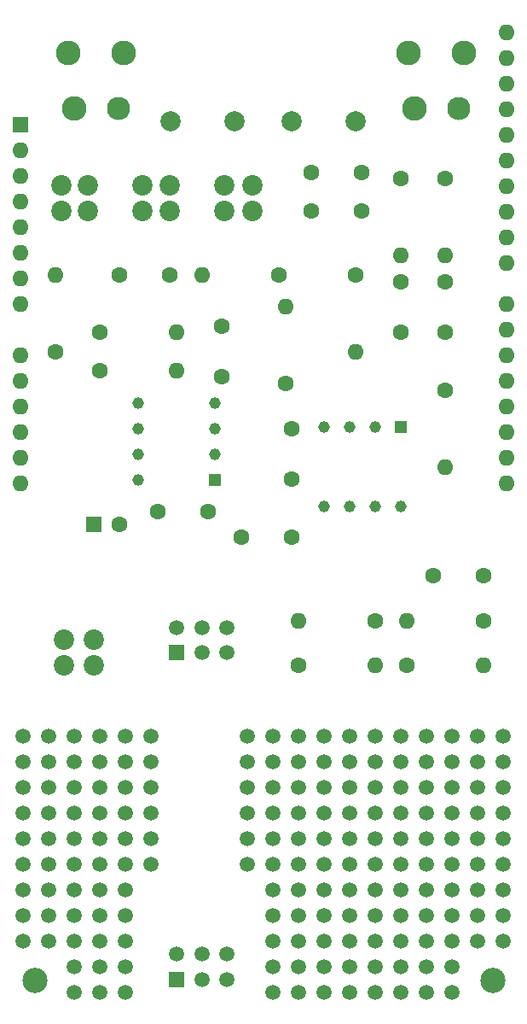
<source format=gbr>
G04 #@! TF.GenerationSoftware,KiCad,Pcbnew,(6.0.5)*
G04 #@! TF.CreationDate,2023-01-06T17:56:39+09:00*
G04 #@! TF.ProjectId,signalprocessing,7369676e-616c-4707-926f-63657373696e,rev?*
G04 #@! TF.SameCoordinates,Original*
G04 #@! TF.FileFunction,Soldermask,Top*
G04 #@! TF.FilePolarity,Negative*
%FSLAX46Y46*%
G04 Gerber Fmt 4.6, Leading zero omitted, Abs format (unit mm)*
G04 Created by KiCad (PCBNEW (6.0.5)) date 2023-01-06 17:56:39*
%MOMM*%
%LPD*%
G01*
G04 APERTURE LIST*
%ADD10C,2.000000*%
%ADD11C,1.500000*%
%ADD12C,1.600000*%
%ADD13R,1.600000X1.600000*%
%ADD14O,1.600000X1.600000*%
%ADD15C,2.450000*%
%ADD16C,2.300000*%
%ADD17C,2.020000*%
%ADD18C,2.500000*%
%ADD19R,1.500000X1.500000*%
%ADD20R,1.160000X1.160000*%
%ADD21C,1.160000*%
G04 APERTURE END LIST*
D10*
G04 #@! TO.C,TP4*
X101600000Y-88265000D03*
G04 #@! TD*
D11*
G04 #@! TO.C,REF\u002A\u002A30*
X105410000Y-156845000D03*
G04 #@! TD*
D12*
G04 #@! TO.C,C10*
X99020000Y-127000000D03*
X94020000Y-127000000D03*
G04 #@! TD*
G04 #@! TO.C,C8*
X90210000Y-103505000D03*
X95210000Y-103505000D03*
G04 #@! TD*
D11*
G04 #@! TO.C,REF\u002A\u002A82*
X110490000Y-169545000D03*
G04 #@! TD*
G04 #@! TO.C,REF\u002A\u002A86*
X120650000Y-169545000D03*
G04 #@! TD*
G04 #@! TO.C,REF\u002A\u002A30*
X102870000Y-156845000D03*
G04 #@! TD*
G04 #@! TO.C,REF\u002A\u002A39*
X128270000Y-156845000D03*
G04 #@! TD*
G04 #@! TO.C,REF\u002A\u002A24*
X115570000Y-154305000D03*
G04 #@! TD*
G04 #@! TO.C,REF\u002A\u002A69*
X128270000Y-164465000D03*
G04 #@! TD*
G04 #@! TO.C,REF\u002A\u002A49*
X128270000Y-159385000D03*
G04 #@! TD*
G04 #@! TO.C,REF\u002A\u002A62*
X110490000Y-164465000D03*
G04 #@! TD*
D10*
G04 #@! TO.C,TP1*
X113665000Y-88265000D03*
G04 #@! TD*
D13*
G04 #@! TO.C,U1*
X80395000Y-88625000D03*
D14*
X80395000Y-91165000D03*
X80395000Y-93705000D03*
X80395000Y-96245000D03*
X80395000Y-98785000D03*
X80395000Y-101325000D03*
X80395000Y-103865000D03*
X80395000Y-106405000D03*
X80395000Y-111485000D03*
X80395000Y-114025000D03*
X80395000Y-116565000D03*
X80395000Y-119105000D03*
X80395000Y-121645000D03*
X80395000Y-124185000D03*
X128655000Y-124185000D03*
X128655000Y-121645000D03*
X128655000Y-119105000D03*
X128655000Y-116565000D03*
X128655000Y-114025000D03*
X128655000Y-111485000D03*
X128655000Y-108945000D03*
X128655000Y-106405000D03*
X128655000Y-102345000D03*
X128655000Y-99805000D03*
X128655000Y-97265000D03*
X128655000Y-94725000D03*
X128655000Y-92185000D03*
X128655000Y-89645000D03*
X128655000Y-87105000D03*
X128655000Y-84565000D03*
X128655000Y-82025000D03*
X128655000Y-79485000D03*
G04 #@! TD*
D11*
G04 #@! TO.C,REF\u002A\u002A26*
X120650000Y-154305000D03*
G04 #@! TD*
D12*
G04 #@! TO.C,R12*
X88265000Y-109220000D03*
D14*
X95885000Y-109220000D03*
G04 #@! TD*
D11*
G04 #@! TO.C,REF\u002A\u002A8*
X125730000Y-149225000D03*
G04 #@! TD*
D12*
G04 #@! TO.C,R10*
X83820000Y-111125000D03*
D14*
X83820000Y-103505000D03*
G04 #@! TD*
D12*
G04 #@! TO.C,R1*
X106680000Y-114300000D03*
D14*
X106680000Y-106680000D03*
G04 #@! TD*
D13*
G04 #@! TO.C,C11*
X87694888Y-128270000D03*
D12*
X90194888Y-128270000D03*
G04 #@! TD*
D15*
G04 #@! TO.C,J1*
X119466000Y-87067500D03*
X118916000Y-81567500D03*
X124416000Y-81567500D03*
D16*
X123866000Y-87067500D03*
G04 #@! TD*
D11*
G04 #@! TO.C,REF\u002A\u002A57*
X123190000Y-161925000D03*
G04 #@! TD*
G04 #@! TO.C,REF\u002A\u002A104*
X115570000Y-174625000D03*
G04 #@! TD*
G04 #@! TO.C,REF\u002A\u002A105*
X118110000Y-174625000D03*
G04 #@! TD*
D12*
G04 #@! TO.C,R3*
X118110000Y-93980000D03*
D14*
X118110000Y-101600000D03*
G04 #@! TD*
D11*
G04 #@! TO.C,REF\u002A\u002A85*
X118110000Y-169545000D03*
G04 #@! TD*
G04 #@! TO.C,REF\u002A\u002A56*
X120650000Y-161925000D03*
G04 #@! TD*
G04 #@! TO.C,REF\u002A\u002A61*
X107950000Y-164465000D03*
G04 #@! TD*
G04 #@! TO.C,REF\u002A\u002A46*
X88265000Y-159385000D03*
G04 #@! TD*
G04 #@! TO.C,REF\u002A\u002A1*
X107950000Y-149225000D03*
G04 #@! TD*
G04 #@! TO.C,REF\u002A\u002A97*
X90805000Y-172085000D03*
G04 #@! TD*
G04 #@! TO.C,REF\u002A\u002A96*
X88265000Y-172085000D03*
G04 #@! TD*
D12*
G04 #@! TO.C,C1*
X107275000Y-129540000D03*
X102275000Y-129540000D03*
G04 #@! TD*
D11*
G04 #@! TO.C,REF\u002A\u002A5*
X85725000Y-149225000D03*
G04 #@! TD*
G04 #@! TO.C,REF\u002A\u002A34*
X115570000Y-156845000D03*
G04 #@! TD*
G04 #@! TO.C,REF\u002A\u002A84*
X115570000Y-169545000D03*
G04 #@! TD*
G04 #@! TO.C,REF\u002A\u002A51*
X107950000Y-161925000D03*
G04 #@! TD*
D17*
G04 #@! TO.C,JP2*
X100585000Y-97155000D03*
X100585000Y-94615000D03*
G04 #@! TD*
D11*
G04 #@! TO.C,REF\u002A\u002A37*
X90805000Y-156845000D03*
G04 #@! TD*
G04 #@! TO.C,REF\u002A\u002A45*
X118110000Y-159385000D03*
G04 #@! TD*
G04 #@! TO.C,REF\u002A\u002A74*
X83185000Y-167005000D03*
G04 #@! TD*
G04 #@! TO.C,REF\u002A\u002A102*
X110490000Y-174625000D03*
G04 #@! TD*
G04 #@! TO.C,REF\u002A\u002A73*
X80645000Y-167005000D03*
G04 #@! TD*
G04 #@! TO.C,REF\u002A\u002A17*
X123190000Y-151765000D03*
G04 #@! TD*
G04 #@! TO.C,REF\u002A\u002A93*
X113030000Y-172085000D03*
G04 #@! TD*
G04 #@! TO.C,REF\u002A\u002A50*
X105410000Y-161925000D03*
G04 #@! TD*
G04 #@! TO.C,REF\u002A\u002A77*
X123190000Y-167005000D03*
G04 #@! TD*
G04 #@! TO.C,REF\u002A\u002A95*
X85725000Y-172085000D03*
G04 #@! TD*
G04 #@! TO.C,REF\u002A\u002A107*
X123190000Y-174625000D03*
G04 #@! TD*
G04 #@! TO.C,REF\u002A\u002A6*
X88265000Y-149225000D03*
G04 #@! TD*
D12*
G04 #@! TO.C,R9*
X115570000Y-137795000D03*
D14*
X107950000Y-137795000D03*
G04 #@! TD*
D11*
G04 #@! TO.C,REF\u002A\u002A15*
X85725000Y-151765000D03*
G04 #@! TD*
G04 #@! TO.C,REF\u002A\u002A3*
X80645000Y-149225000D03*
G04 #@! TD*
G04 #@! TO.C,REF\u002A\u002A106*
X88265000Y-174625000D03*
G04 #@! TD*
G04 #@! TO.C,REF\u002A\u002A92*
X110490000Y-172085000D03*
G04 #@! TD*
G04 #@! TO.C,REF\u002A\u002A33*
X113030000Y-156845000D03*
G04 #@! TD*
G04 #@! TO.C,REF\u002A\u002A55*
X118110000Y-161925000D03*
G04 #@! TD*
G04 #@! TO.C,REF\u002A\u002A48*
X125730000Y-159385000D03*
G04 #@! TD*
G04 #@! TO.C,REF\u002A\u002A38*
X125730000Y-156845000D03*
G04 #@! TD*
G04 #@! TO.C,REF\u002A\u002A74*
X115570000Y-167005000D03*
G04 #@! TD*
D10*
G04 #@! TO.C,TP3*
X95250000Y-88265000D03*
G04 #@! TD*
D11*
G04 #@! TO.C,REF\u002A\u002A57*
X90805000Y-161925000D03*
G04 #@! TD*
G04 #@! TO.C,REF\u002A\u002A27*
X123190000Y-154305000D03*
G04 #@! TD*
G04 #@! TO.C,REF\u002A\u002A19*
X128270000Y-151765000D03*
G04 #@! TD*
G04 #@! TO.C,REF\u002A\u002A28*
X125730000Y-154305000D03*
G04 #@! TD*
G04 #@! TO.C,REF\u002A\u002A42*
X110490000Y-159385000D03*
G04 #@! TD*
G04 #@! TO.C,REF\u002A\u002A91*
X107950000Y-172085000D03*
G04 #@! TD*
G04 #@! TO.C,REF\u002A\u002A55*
X85725000Y-161925000D03*
G04 #@! TD*
G04 #@! TO.C,REF\u002A\u002A35*
X118110000Y-156845000D03*
G04 #@! TD*
G04 #@! TO.C,REF\u002A\u002A73*
X113030000Y-167005000D03*
G04 #@! TD*
D12*
G04 #@! TO.C,C7*
X109260000Y-93345000D03*
X114260000Y-93345000D03*
G04 #@! TD*
D11*
G04 #@! TO.C,REF\u002A\u002A97*
X123190000Y-172085000D03*
G04 #@! TD*
D15*
G04 #@! TO.C,J2*
X85684000Y-87067500D03*
X85134000Y-81567500D03*
X90634000Y-81567500D03*
D16*
X90084000Y-87067500D03*
G04 #@! TD*
D12*
G04 #@! TO.C,R6*
X118745000Y-142240000D03*
D14*
X126365000Y-142240000D03*
G04 #@! TD*
D11*
G04 #@! TO.C,REF\u002A\u002A79*
X128270000Y-167005000D03*
G04 #@! TD*
G04 #@! TO.C,REF\u002A\u002A20*
X105410000Y-154305000D03*
G04 #@! TD*
D17*
G04 #@! TO.C,JP3*
X95195000Y-97152500D03*
X95195000Y-94612500D03*
G04 #@! TD*
D11*
G04 #@! TO.C,REF\u002A\u002A70*
X105410000Y-167005000D03*
G04 #@! TD*
G04 #@! TO.C,REF\u002A\u002A34*
X83185000Y-156845000D03*
G04 #@! TD*
G04 #@! TO.C,REF\u002A\u002A50*
X93345000Y-161925000D03*
G04 #@! TD*
G04 #@! TO.C,REF\u002A\u002A76*
X120650000Y-167005000D03*
G04 #@! TD*
G04 #@! TO.C,REF\u002A\u002A6*
X120650000Y-149225000D03*
G04 #@! TD*
G04 #@! TO.C,REF\u002A\u002A25*
X118110000Y-154305000D03*
G04 #@! TD*
G04 #@! TO.C,REF\u002A\u002A40*
X102870000Y-159385000D03*
G04 #@! TD*
D17*
G04 #@! TO.C,JP1*
X87630000Y-142240000D03*
X87630000Y-139700000D03*
G04 #@! TD*
D11*
G04 #@! TO.C,REF\u002A\u002A36*
X120650000Y-156845000D03*
G04 #@! TD*
G04 #@! TO.C,REF\u002A\u002A44*
X83185000Y-159385000D03*
G04 #@! TD*
G04 #@! TO.C,REF\u002A\u002A24*
X83185000Y-154305000D03*
G04 #@! TD*
G04 #@! TO.C,REF\u002A\u002A88*
X125730000Y-169545000D03*
G04 #@! TD*
G04 #@! TO.C,REF\u002A\u002A31*
X107950000Y-156845000D03*
G04 #@! TD*
G04 #@! TO.C,REF\u002A\u002A87*
X123190000Y-169545000D03*
G04 #@! TD*
D18*
G04 #@! TO.C,REF\u002A\u002A*
X127254000Y-173482000D03*
G04 #@! TD*
D11*
G04 #@! TO.C,REF\u002A\u002A4*
X83185000Y-149225000D03*
G04 #@! TD*
D12*
G04 #@! TO.C,R7*
X126365000Y-137795000D03*
D14*
X118745000Y-137795000D03*
G04 #@! TD*
D11*
G04 #@! TO.C,REF\u002A\u002A18*
X125730000Y-151765000D03*
G04 #@! TD*
G04 #@! TO.C,REF\u002A\u002A11*
X107950000Y-151765000D03*
G04 #@! TD*
G04 #@! TO.C,REF\u002A\u002A7*
X123190000Y-149225000D03*
G04 #@! TD*
G04 #@! TO.C,REF\u002A\u002A26*
X88265000Y-154305000D03*
G04 #@! TD*
G04 #@! TO.C,REF\u002A\u002A16*
X88265000Y-151765000D03*
G04 #@! TD*
G04 #@! TO.C,REF\u002A\u002A50*
X102870000Y-161925000D03*
G04 #@! TD*
G04 #@! TO.C,REF\u002A\u002A*
X102870000Y-149225000D03*
G04 #@! TD*
G04 #@! TO.C,REF\u002A\u002A40*
X93345000Y-159385000D03*
G04 #@! TD*
D12*
G04 #@! TO.C,R8*
X107950000Y-142240000D03*
D14*
X115570000Y-142240000D03*
G04 #@! TD*
D11*
G04 #@! TO.C,REF\u002A\u002A40*
X105410000Y-159385000D03*
G04 #@! TD*
D12*
G04 #@! TO.C,R13*
X88265000Y-113030000D03*
D14*
X95885000Y-113030000D03*
G04 #@! TD*
D11*
G04 #@! TO.C,REF\u002A\u002A46*
X120650000Y-159385000D03*
G04 #@! TD*
D12*
G04 #@! TO.C,R11*
X106045000Y-103505000D03*
D14*
X98425000Y-103505000D03*
G04 #@! TD*
D11*
G04 #@! TO.C,REF\u002A\u002A94*
X115570000Y-172085000D03*
G04 #@! TD*
G04 #@! TO.C,REF\u002A\u002A95*
X118110000Y-172085000D03*
G04 #@! TD*
G04 #@! TO.C,REF\u002A\u002A15*
X118110000Y-151765000D03*
G04 #@! TD*
G04 #@! TO.C,REF\u002A\u002A47*
X90805000Y-159385000D03*
G04 #@! TD*
G04 #@! TO.C,REF\u002A\u002A43*
X80645000Y-159385000D03*
G04 #@! TD*
G04 #@! TO.C,REF\u002A\u002A14*
X83185000Y-151765000D03*
G04 #@! TD*
G04 #@! TO.C,REF\u002A\u002A53*
X113030000Y-161925000D03*
G04 #@! TD*
G04 #@! TO.C,REF\u002A\u002A21*
X107950000Y-154305000D03*
G04 #@! TD*
D17*
G04 #@! TO.C,JP11*
X84723500Y-139700000D03*
X84723500Y-142240000D03*
G04 #@! TD*
D11*
G04 #@! TO.C,REF\u002A\u002A77*
X90805000Y-167005000D03*
G04 #@! TD*
G04 #@! TO.C,REF\u002A\u002A64*
X115570000Y-164465000D03*
G04 #@! TD*
G04 #@! TO.C,REF\u002A\u002A58*
X125730000Y-161925000D03*
G04 #@! TD*
G04 #@! TO.C,REF\u002A\u002A37*
X123190000Y-156845000D03*
G04 #@! TD*
G04 #@! TO.C,REF\u002A\u002A80*
X105410000Y-169545000D03*
G04 #@! TD*
G04 #@! TO.C,REF\u002A\u002A29*
X128270000Y-154305000D03*
G04 #@! TD*
G04 #@! TO.C,REF\u002A\u002A44*
X115570000Y-159385000D03*
G04 #@! TD*
G04 #@! TO.C,REF\u002A\u002A90*
X105410000Y-172085000D03*
G04 #@! TD*
G04 #@! TO.C,REF\u002A\u002A65*
X118110000Y-164465000D03*
G04 #@! TD*
G04 #@! TO.C,REF\u002A\u002A10*
X102870000Y-151765000D03*
G04 #@! TD*
D17*
G04 #@! TO.C,JP12*
X103374000Y-97155000D03*
X103374000Y-94615000D03*
G04 #@! TD*
D11*
G04 #@! TO.C,REF\u002A\u002A13*
X113030000Y-151765000D03*
G04 #@! TD*
G04 #@! TO.C,REF\u002A\u002A75*
X118110000Y-167005000D03*
G04 #@! TD*
G04 #@! TO.C,REF\u002A\u002A67*
X123190000Y-164465000D03*
G04 #@! TD*
G04 #@! TO.C,REF\u002A\u002A84*
X83185000Y-169545000D03*
G04 #@! TD*
G04 #@! TO.C,REF\u002A\u002A59*
X128270000Y-161925000D03*
G04 #@! TD*
G04 #@! TO.C,REF\u002A\u002A100*
X105410000Y-174625000D03*
G04 #@! TD*
G04 #@! TO.C,REF\u002A\u002A14*
X115570000Y-151765000D03*
G04 #@! TD*
G04 #@! TO.C,REF\u002A\u002A107*
X90805000Y-174625000D03*
G04 #@! TD*
G04 #@! TO.C,REF\u002A\u002A4*
X115570000Y-149225000D03*
G04 #@! TD*
G04 #@! TO.C,REF\u002A\u002A54*
X115570000Y-161925000D03*
G04 #@! TD*
G04 #@! TO.C,REF\u002A\u002A36*
X88265000Y-156845000D03*
G04 #@! TD*
G04 #@! TO.C,REF\u002A\u002A63*
X80645000Y-164465000D03*
G04 #@! TD*
G04 #@! TO.C,REF\u002A\u002A52*
X110490000Y-161925000D03*
G04 #@! TD*
G04 #@! TO.C,REF\u002A\u002A45*
X85725000Y-159385000D03*
G04 #@! TD*
G04 #@! TO.C,REF\u002A\u002A65*
X85725000Y-164465000D03*
G04 #@! TD*
G04 #@! TO.C,REF\u002A\u002A47*
X123190000Y-159385000D03*
G04 #@! TD*
D12*
G04 #@! TO.C,C6*
X109260000Y-97155000D03*
X114260000Y-97155000D03*
G04 #@! TD*
D10*
G04 #@! TO.C,TP2*
X107315000Y-88265000D03*
G04 #@! TD*
D12*
G04 #@! TO.C,C3*
X122555000Y-104180000D03*
X122555000Y-109180000D03*
G04 #@! TD*
D11*
G04 #@! TO.C,REF\u002A\u002A53*
X80645000Y-161925000D03*
G04 #@! TD*
G04 #@! TO.C,REF\u002A\u002A23*
X80645000Y-154305000D03*
G04 #@! TD*
D19*
G04 #@! TO.C,RV1*
X95885000Y-173355000D03*
D11*
X98385000Y-173355000D03*
X100885000Y-173355000D03*
X95885000Y-170855000D03*
X98385000Y-170855000D03*
X100885000Y-170855000D03*
G04 #@! TD*
G04 #@! TO.C,REF\u002A\u002A16*
X120650000Y-151765000D03*
G04 #@! TD*
G04 #@! TO.C,REF\u002A\u002A63*
X113030000Y-164465000D03*
G04 #@! TD*
G04 #@! TO.C,REF\u002A\u002A87*
X90805000Y-169545000D03*
G04 #@! TD*
G04 #@! TO.C,REF\u002A\u002A27*
X90805000Y-154305000D03*
G04 #@! TD*
G04 #@! TO.C,REF\u002A\u002A20*
X102870000Y-154305000D03*
G04 #@! TD*
G04 #@! TO.C,REF\u002A\u002A60*
X105410000Y-164465000D03*
G04 #@! TD*
G04 #@! TO.C,REF\u002A\u002A12*
X110490000Y-151765000D03*
G04 #@! TD*
G04 #@! TO.C,REF\u002A\u002A66*
X88265000Y-164465000D03*
G04 #@! TD*
G04 #@! TO.C,REF\u002A\u002A10*
X105410000Y-151765000D03*
G04 #@! TD*
G04 #@! TO.C,REF\u002A\u002A81*
X107950000Y-169545000D03*
G04 #@! TD*
G04 #@! TO.C,REF\u002A\u002A5*
X118110000Y-149225000D03*
G04 #@! TD*
D12*
G04 #@! TO.C,C9*
X100330000Y-113625000D03*
X100330000Y-108625000D03*
G04 #@! TD*
D11*
G04 #@! TO.C,REF\u002A\u002A66*
X120650000Y-164465000D03*
G04 #@! TD*
G04 #@! TO.C,REF\u002A\u002A13*
X80645000Y-151765000D03*
G04 #@! TD*
G04 #@! TO.C,REF\u002A\u002A17*
X90805000Y-151765000D03*
G04 #@! TD*
G04 #@! TO.C,REF\u002A\u002A20*
X93345000Y-154305000D03*
G04 #@! TD*
G04 #@! TO.C,REF\u002A\u002A23*
X113030000Y-154305000D03*
G04 #@! TD*
D20*
G04 #@! TO.C,IC2*
X99695000Y-123825000D03*
D21*
X99695000Y-121285000D03*
X99695000Y-118745000D03*
X99695000Y-116205000D03*
X92075000Y-116205000D03*
X92075000Y-118745000D03*
X92075000Y-121285000D03*
X92075000Y-123825000D03*
G04 #@! TD*
D11*
G04 #@! TO.C,REF\u002A\u002A83*
X80645000Y-169545000D03*
G04 #@! TD*
D12*
G04 #@! TO.C,R2*
X113665000Y-103505000D03*
D14*
X113665000Y-111125000D03*
G04 #@! TD*
D12*
G04 #@! TO.C,C4*
X107315000Y-118785000D03*
X107315000Y-123785000D03*
G04 #@! TD*
D11*
G04 #@! TO.C,REF\u002A\u002A85*
X85725000Y-169545000D03*
G04 #@! TD*
G04 #@! TO.C,REF\u002A\u002A68*
X125730000Y-164465000D03*
G04 #@! TD*
G04 #@! TO.C,REF\u002A\u002A67*
X90805000Y-164465000D03*
G04 #@! TD*
G04 #@! TO.C,REF\u002A\u002A30*
X93345000Y-156845000D03*
G04 #@! TD*
G04 #@! TO.C,REF\u002A\u002A22*
X110490000Y-154305000D03*
G04 #@! TD*
G04 #@! TO.C,REF\u002A\u002A3*
X113030000Y-149225000D03*
G04 #@! TD*
G04 #@! TO.C,REF\u002A\u002A25*
X85725000Y-154305000D03*
G04 #@! TD*
G04 #@! TO.C,REF\u002A\u002A54*
X83185000Y-161925000D03*
G04 #@! TD*
D12*
G04 #@! TO.C,C5*
X121325000Y-133350000D03*
X126325000Y-133350000D03*
G04 #@! TD*
D18*
G04 #@! TO.C,REF\u002A\u002A*
X81788000Y-173482000D03*
G04 #@! TD*
D11*
G04 #@! TO.C,REF\u002A\u002A89*
X128270000Y-169545000D03*
G04 #@! TD*
G04 #@! TO.C,REF\u002A\u002A2*
X110490000Y-149225000D03*
G04 #@! TD*
D17*
G04 #@! TO.C,JP14*
X84455000Y-94615000D03*
X84455000Y-97155000D03*
G04 #@! TD*
D11*
G04 #@! TO.C,REF\u002A\u002A76*
X88265000Y-167005000D03*
G04 #@! TD*
G04 #@! TO.C,REF\u002A\u002A10*
X93345000Y-151765000D03*
G04 #@! TD*
G04 #@! TO.C,REF\u002A\u002A35*
X85725000Y-156845000D03*
G04 #@! TD*
G04 #@! TO.C,REF\u002A\u002A75*
X85725000Y-167005000D03*
G04 #@! TD*
D12*
G04 #@! TO.C,R5*
X122555000Y-114935000D03*
D14*
X122555000Y-122555000D03*
G04 #@! TD*
D12*
G04 #@! TO.C,C2*
X118110000Y-104180000D03*
X118110000Y-109180000D03*
G04 #@! TD*
D11*
G04 #@! TO.C,REF\u002A\u002A32*
X110490000Y-156845000D03*
G04 #@! TD*
G04 #@! TO.C,REF\u002A\u002A64*
X83185000Y-164465000D03*
G04 #@! TD*
G04 #@! TO.C,REF\u002A\u002A43*
X113030000Y-159385000D03*
G04 #@! TD*
G04 #@! TO.C,REF\u002A\u002A105*
X85725000Y-174625000D03*
G04 #@! TD*
G04 #@! TO.C,REF\u002A\u002A9*
X128270000Y-149225000D03*
G04 #@! TD*
G04 #@! TO.C,REF\u002A\u002A7*
X90805000Y-149225000D03*
G04 #@! TD*
D20*
G04 #@! TO.C,IC1*
X118110000Y-118585000D03*
D21*
X115570000Y-118585000D03*
X113030000Y-118585000D03*
X110490000Y-118585000D03*
X110490000Y-126525000D03*
X113030000Y-126525000D03*
X115570000Y-126525000D03*
X118110000Y-126525000D03*
G04 #@! TD*
D11*
G04 #@! TO.C,REF\u002A\u002A106*
X120650000Y-174625000D03*
G04 #@! TD*
G04 #@! TO.C,REF\u002A\u002A103*
X113030000Y-174625000D03*
G04 #@! TD*
D17*
G04 #@! TO.C,JP4*
X87067000Y-97155000D03*
X87067000Y-94615000D03*
G04 #@! TD*
G04 #@! TO.C,JP13*
X92511000Y-94620000D03*
X92511000Y-97160000D03*
G04 #@! TD*
D11*
G04 #@! TO.C,REF\u002A\u002A86*
X88265000Y-169545000D03*
G04 #@! TD*
G04 #@! TO.C,REF\u002A\u002A*
X93345000Y-149225000D03*
G04 #@! TD*
G04 #@! TO.C,REF\u002A\u002A72*
X110490000Y-167005000D03*
G04 #@! TD*
G04 #@! TO.C,REF\u002A\u002A33*
X80645000Y-156845000D03*
G04 #@! TD*
G04 #@! TO.C,REF\u002A\u002A56*
X88265000Y-161925000D03*
G04 #@! TD*
G04 #@! TO.C,REF\u002A\u002A*
X105410000Y-149225000D03*
G04 #@! TD*
G04 #@! TO.C,REF\u002A\u002A101*
X107950000Y-174625000D03*
G04 #@! TD*
G04 #@! TO.C,REF\u002A\u002A41*
X107950000Y-159385000D03*
G04 #@! TD*
G04 #@! TO.C,REF\u002A\u002A96*
X120650000Y-172085000D03*
G04 #@! TD*
G04 #@! TO.C,REF\u002A\u002A71*
X107950000Y-167005000D03*
G04 #@! TD*
G04 #@! TO.C,REF\u002A\u002A78*
X125730000Y-167005000D03*
G04 #@! TD*
D19*
G04 #@! TO.C,RV1*
X95885000Y-140970000D03*
D11*
X98385000Y-140970000D03*
X100885000Y-140970000D03*
X95885000Y-138470000D03*
X98385000Y-138470000D03*
X100885000Y-138470000D03*
G04 #@! TD*
G04 #@! TO.C,REF\u002A\u002A83*
X113030000Y-169545000D03*
G04 #@! TD*
D12*
G04 #@! TO.C,R4*
X122555000Y-93980000D03*
D14*
X122555000Y-101600000D03*
G04 #@! TD*
M02*

</source>
